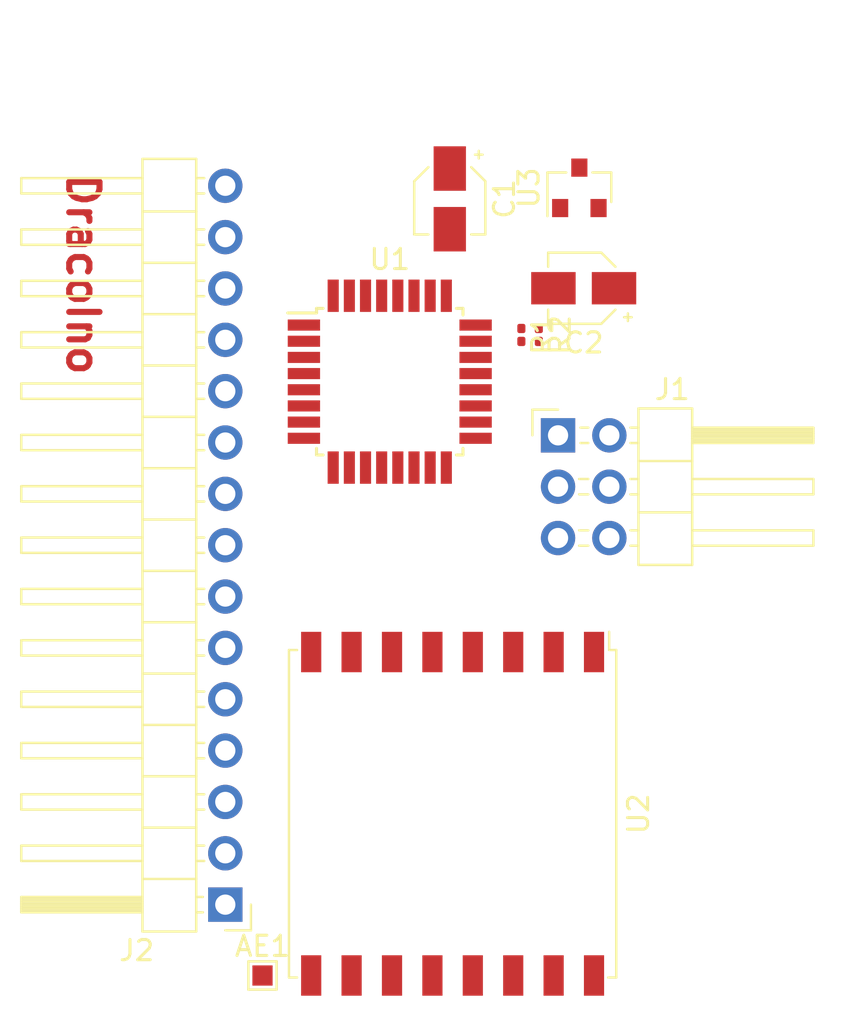
<source format=kicad_pcb>
(kicad_pcb (version 20171130) (host pcbnew 5.1.4-e60b266~84~ubuntu18.04.1)

  (general
    (thickness 1.6)
    (drawings 1)
    (tracks 0)
    (zones 0)
    (modules 10)
    (nets 37)
  )

  (page A4)
  (layers
    (0 F.Cu signal)
    (31 B.Cu signal)
    (32 B.Adhes user)
    (33 F.Adhes user)
    (34 B.Paste user)
    (35 F.Paste user)
    (36 B.SilkS user)
    (37 F.SilkS user)
    (38 B.Mask user)
    (39 F.Mask user)
    (40 Dwgs.User user)
    (41 Cmts.User user)
    (42 Eco1.User user)
    (43 Eco2.User user)
    (44 Edge.Cuts user)
    (45 Margin user)
    (46 B.CrtYd user)
    (47 F.CrtYd user)
    (48 B.Fab user)
    (49 F.Fab user)
  )

  (setup
    (last_trace_width 0.25)
    (trace_clearance 0.2)
    (zone_clearance 0.508)
    (zone_45_only no)
    (trace_min 0.2)
    (via_size 0.8)
    (via_drill 0.4)
    (via_min_size 0.4)
    (via_min_drill 0.3)
    (uvia_size 0.3)
    (uvia_drill 0.1)
    (uvias_allowed no)
    (uvia_min_size 0.2)
    (uvia_min_drill 0.1)
    (edge_width 0.05)
    (segment_width 0.2)
    (pcb_text_width 0.3)
    (pcb_text_size 1.5 1.5)
    (mod_edge_width 0.12)
    (mod_text_size 1 1)
    (mod_text_width 0.15)
    (pad_size 1.524 1.524)
    (pad_drill 0.762)
    (pad_to_mask_clearance 0.051)
    (solder_mask_min_width 0.25)
    (aux_axis_origin 0 0)
    (visible_elements FFFFFF7F)
    (pcbplotparams
      (layerselection 0x010fc_ffffffff)
      (usegerberextensions false)
      (usegerberattributes false)
      (usegerberadvancedattributes false)
      (creategerberjobfile false)
      (excludeedgelayer true)
      (linewidth 0.100000)
      (plotframeref false)
      (viasonmask false)
      (mode 1)
      (useauxorigin false)
      (hpglpennumber 1)
      (hpglpenspeed 20)
      (hpglpendiameter 15.000000)
      (psnegative false)
      (psa4output false)
      (plotreference true)
      (plotvalue true)
      (plotinvisibletext false)
      (padsonsilk false)
      (subtractmaskfromsilk false)
      (outputformat 1)
      (mirror false)
      (drillshape 1)
      (scaleselection 1)
      (outputdirectory ""))
  )

  (net 0 "")
  (net 1 digital_2)
  (net 2 digital_1)
  (net 3 digital_0)
  (net 4 AVR_RST)
  (net 5 analog_5)
  (net 6 analog_4)
  (net 7 "Net-(U1-Pad26)")
  (net 8 "Net-(U1-Pad25)")
  (net 9 analog_1)
  (net 10 "Net-(R1-Pad2)")
  (net 11 "Net-(U1-Pad22)")
  (net 12 GND)
  (net 13 "Net-(U1-Pad20)")
  (net 14 "Net-(U1-Pad19)")
  (net 15 "Net-(U1-Pad18)")
  (net 16 SCK)
  (net 17 MISO)
  (net 18 MOSI)
  (net 19 digital_10)
  (net 20 digital_9)
  (net 21 digital_8)
  (net 22 digital_7)
  (net 23 RFM95_NSS)
  (net 24 RFM95_RST)
  (net 25 "Net-(U1-Pad8)")
  (net 26 "Net-(U1-Pad7)")
  (net 27 VCC)
  (net 28 digital_4)
  (net 29 digital_3)
  (net 30 +BATT)
  (net 31 "Net-(AE1-Pad1)")
  (net 32 "Net-(J1-Pad3)")
  (net 33 "Net-(U2-Pad16)")
  (net 34 "Net-(U2-Pad12)")
  (net 35 "Net-(U2-Pad11)")
  (net 36 "Net-(U2-Pad7)")

  (net_class Default "This is the default net class."
    (clearance 0.2)
    (trace_width 0.25)
    (via_dia 0.8)
    (via_drill 0.4)
    (uvia_dia 0.3)
    (uvia_drill 0.1)
    (add_net +BATT)
    (add_net AVR_RST)
    (add_net GND)
    (add_net MISO)
    (add_net MOSI)
    (add_net "Net-(AE1-Pad1)")
    (add_net "Net-(J1-Pad3)")
    (add_net "Net-(R1-Pad2)")
    (add_net "Net-(U1-Pad18)")
    (add_net "Net-(U1-Pad19)")
    (add_net "Net-(U1-Pad20)")
    (add_net "Net-(U1-Pad22)")
    (add_net "Net-(U1-Pad25)")
    (add_net "Net-(U1-Pad26)")
    (add_net "Net-(U1-Pad7)")
    (add_net "Net-(U1-Pad8)")
    (add_net "Net-(U2-Pad11)")
    (add_net "Net-(U2-Pad12)")
    (add_net "Net-(U2-Pad16)")
    (add_net "Net-(U2-Pad7)")
    (add_net RFM95_NSS)
    (add_net RFM95_RST)
    (add_net SCK)
    (add_net VCC)
    (add_net analog_1)
    (add_net analog_4)
    (add_net analog_5)
    (add_net digital_0)
    (add_net digital_1)
    (add_net digital_10)
    (add_net digital_2)
    (add_net digital_3)
    (add_net digital_4)
    (add_net digital_7)
    (add_net digital_8)
    (add_net digital_9)
  )

  (module Connector_PinHeader_2.54mm:PinHeader_2x03_P2.54mm_Horizontal (layer F.Cu) (tedit 59FED5CB) (tstamp 60511D28)
    (at 39.5986 34.8615)
    (descr "Through hole angled pin header, 2x03, 2.54mm pitch, 6mm pin length, double rows")
    (tags "Through hole angled pin header THT 2x03 2.54mm double row")
    (path /60561A74)
    (fp_text reference J1 (at 5.655 -2.27) (layer F.SilkS)
      (effects (font (size 1 1) (thickness 0.15)))
    )
    (fp_text value Conn_02x03_Top_Bottom (at 5.655 7.35) (layer F.Fab)
      (effects (font (size 1 1) (thickness 0.15)))
    )
    (fp_text user %R (at 5.31 2.54 90) (layer F.Fab)
      (effects (font (size 1 1) (thickness 0.15)))
    )
    (fp_line (start 13.1 -1.8) (end -1.8 -1.8) (layer F.CrtYd) (width 0.05))
    (fp_line (start 13.1 6.85) (end 13.1 -1.8) (layer F.CrtYd) (width 0.05))
    (fp_line (start -1.8 6.85) (end 13.1 6.85) (layer F.CrtYd) (width 0.05))
    (fp_line (start -1.8 -1.8) (end -1.8 6.85) (layer F.CrtYd) (width 0.05))
    (fp_line (start -1.27 -1.27) (end 0 -1.27) (layer F.SilkS) (width 0.12))
    (fp_line (start -1.27 0) (end -1.27 -1.27) (layer F.SilkS) (width 0.12))
    (fp_line (start 1.042929 5.46) (end 1.497071 5.46) (layer F.SilkS) (width 0.12))
    (fp_line (start 1.042929 4.7) (end 1.497071 4.7) (layer F.SilkS) (width 0.12))
    (fp_line (start 3.582929 5.46) (end 3.98 5.46) (layer F.SilkS) (width 0.12))
    (fp_line (start 3.582929 4.7) (end 3.98 4.7) (layer F.SilkS) (width 0.12))
    (fp_line (start 12.64 5.46) (end 6.64 5.46) (layer F.SilkS) (width 0.12))
    (fp_line (start 12.64 4.7) (end 12.64 5.46) (layer F.SilkS) (width 0.12))
    (fp_line (start 6.64 4.7) (end 12.64 4.7) (layer F.SilkS) (width 0.12))
    (fp_line (start 3.98 3.81) (end 6.64 3.81) (layer F.SilkS) (width 0.12))
    (fp_line (start 1.042929 2.92) (end 1.497071 2.92) (layer F.SilkS) (width 0.12))
    (fp_line (start 1.042929 2.16) (end 1.497071 2.16) (layer F.SilkS) (width 0.12))
    (fp_line (start 3.582929 2.92) (end 3.98 2.92) (layer F.SilkS) (width 0.12))
    (fp_line (start 3.582929 2.16) (end 3.98 2.16) (layer F.SilkS) (width 0.12))
    (fp_line (start 12.64 2.92) (end 6.64 2.92) (layer F.SilkS) (width 0.12))
    (fp_line (start 12.64 2.16) (end 12.64 2.92) (layer F.SilkS) (width 0.12))
    (fp_line (start 6.64 2.16) (end 12.64 2.16) (layer F.SilkS) (width 0.12))
    (fp_line (start 3.98 1.27) (end 6.64 1.27) (layer F.SilkS) (width 0.12))
    (fp_line (start 1.11 0.38) (end 1.497071 0.38) (layer F.SilkS) (width 0.12))
    (fp_line (start 1.11 -0.38) (end 1.497071 -0.38) (layer F.SilkS) (width 0.12))
    (fp_line (start 3.582929 0.38) (end 3.98 0.38) (layer F.SilkS) (width 0.12))
    (fp_line (start 3.582929 -0.38) (end 3.98 -0.38) (layer F.SilkS) (width 0.12))
    (fp_line (start 6.64 0.28) (end 12.64 0.28) (layer F.SilkS) (width 0.12))
    (fp_line (start 6.64 0.16) (end 12.64 0.16) (layer F.SilkS) (width 0.12))
    (fp_line (start 6.64 0.04) (end 12.64 0.04) (layer F.SilkS) (width 0.12))
    (fp_line (start 6.64 -0.08) (end 12.64 -0.08) (layer F.SilkS) (width 0.12))
    (fp_line (start 6.64 -0.2) (end 12.64 -0.2) (layer F.SilkS) (width 0.12))
    (fp_line (start 6.64 -0.32) (end 12.64 -0.32) (layer F.SilkS) (width 0.12))
    (fp_line (start 12.64 0.38) (end 6.64 0.38) (layer F.SilkS) (width 0.12))
    (fp_line (start 12.64 -0.38) (end 12.64 0.38) (layer F.SilkS) (width 0.12))
    (fp_line (start 6.64 -0.38) (end 12.64 -0.38) (layer F.SilkS) (width 0.12))
    (fp_line (start 6.64 -1.33) (end 3.98 -1.33) (layer F.SilkS) (width 0.12))
    (fp_line (start 6.64 6.41) (end 6.64 -1.33) (layer F.SilkS) (width 0.12))
    (fp_line (start 3.98 6.41) (end 6.64 6.41) (layer F.SilkS) (width 0.12))
    (fp_line (start 3.98 -1.33) (end 3.98 6.41) (layer F.SilkS) (width 0.12))
    (fp_line (start 6.58 5.4) (end 12.58 5.4) (layer F.Fab) (width 0.1))
    (fp_line (start 12.58 4.76) (end 12.58 5.4) (layer F.Fab) (width 0.1))
    (fp_line (start 6.58 4.76) (end 12.58 4.76) (layer F.Fab) (width 0.1))
    (fp_line (start -0.32 5.4) (end 4.04 5.4) (layer F.Fab) (width 0.1))
    (fp_line (start -0.32 4.76) (end -0.32 5.4) (layer F.Fab) (width 0.1))
    (fp_line (start -0.32 4.76) (end 4.04 4.76) (layer F.Fab) (width 0.1))
    (fp_line (start 6.58 2.86) (end 12.58 2.86) (layer F.Fab) (width 0.1))
    (fp_line (start 12.58 2.22) (end 12.58 2.86) (layer F.Fab) (width 0.1))
    (fp_line (start 6.58 2.22) (end 12.58 2.22) (layer F.Fab) (width 0.1))
    (fp_line (start -0.32 2.86) (end 4.04 2.86) (layer F.Fab) (width 0.1))
    (fp_line (start -0.32 2.22) (end -0.32 2.86) (layer F.Fab) (width 0.1))
    (fp_line (start -0.32 2.22) (end 4.04 2.22) (layer F.Fab) (width 0.1))
    (fp_line (start 6.58 0.32) (end 12.58 0.32) (layer F.Fab) (width 0.1))
    (fp_line (start 12.58 -0.32) (end 12.58 0.32) (layer F.Fab) (width 0.1))
    (fp_line (start 6.58 -0.32) (end 12.58 -0.32) (layer F.Fab) (width 0.1))
    (fp_line (start -0.32 0.32) (end 4.04 0.32) (layer F.Fab) (width 0.1))
    (fp_line (start -0.32 -0.32) (end -0.32 0.32) (layer F.Fab) (width 0.1))
    (fp_line (start -0.32 -0.32) (end 4.04 -0.32) (layer F.Fab) (width 0.1))
    (fp_line (start 4.04 -0.635) (end 4.675 -1.27) (layer F.Fab) (width 0.1))
    (fp_line (start 4.04 6.35) (end 4.04 -0.635) (layer F.Fab) (width 0.1))
    (fp_line (start 6.58 6.35) (end 4.04 6.35) (layer F.Fab) (width 0.1))
    (fp_line (start 6.58 -1.27) (end 6.58 6.35) (layer F.Fab) (width 0.1))
    (fp_line (start 4.675 -1.27) (end 6.58 -1.27) (layer F.Fab) (width 0.1))
    (pad 6 thru_hole oval (at 2.54 5.08) (size 1.7 1.7) (drill 1) (layers *.Cu *.Mask)
      (net 17 MISO))
    (pad 5 thru_hole oval (at 0 5.08) (size 1.7 1.7) (drill 1) (layers *.Cu *.Mask)
      (net 16 SCK))
    (pad 4 thru_hole oval (at 2.54 2.54) (size 1.7 1.7) (drill 1) (layers *.Cu *.Mask)
      (net 4 AVR_RST))
    (pad 3 thru_hole oval (at 0 2.54) (size 1.7 1.7) (drill 1) (layers *.Cu *.Mask)
      (net 32 "Net-(J1-Pad3)"))
    (pad 2 thru_hole oval (at 2.54 0) (size 1.7 1.7) (drill 1) (layers *.Cu *.Mask)
      (net 18 MOSI))
    (pad 1 thru_hole rect (at 0 0) (size 1.7 1.7) (drill 1) (layers *.Cu *.Mask)
      (net 12 GND))
    (model ${KISYS3DMOD}/Connector_PinHeader_2.54mm.3dshapes/PinHeader_2x03_P2.54mm_Horizontal.wrl
      (at (xyz 0 0 0))
      (scale (xyz 1 1 1))
      (rotate (xyz 0 0 0))
    )
  )

  (module RF_Module:HOPERF_RFM9XW_SMD (layer F.Cu) (tedit 5C227243) (tstamp 60510C5B)
    (at 34.3789 53.5813 270)
    (descr "Low Power Long Range Transceiver Module SMD-16 (https://www.hoperf.com/data/upload/portal/20181127/5bfcbea20e9ef.pdf)")
    (tags "LoRa Low Power Long Range Transceiver Module")
    (path /6050AED1)
    (attr smd)
    (fp_text reference U2 (at 0 -9.2 90) (layer F.SilkS)
      (effects (font (size 1 1) (thickness 0.15)))
    )
    (fp_text value RFM95W-868S2 (at 0 9.5 90) (layer F.Fab)
      (effects (font (size 1 1) (thickness 0.15)))
    )
    (fp_line (start -7 -8) (end -8 -7) (layer F.Fab) (width 0.1))
    (fp_line (start -8.1 -7.75) (end -9 -7.75) (layer F.SilkS) (width 0.12))
    (fp_line (start -8.1 -8.1) (end -8.1 -7.75) (layer F.SilkS) (width 0.12))
    (fp_line (start 8.1 8.1) (end 8.1 7.7) (layer F.SilkS) (width 0.12))
    (fp_line (start -8.1 8.1) (end 8.1 8.1) (layer F.SilkS) (width 0.12))
    (fp_line (start -8.1 7.7) (end -8.1 8.1) (layer F.SilkS) (width 0.12))
    (fp_line (start 8.1 -8.1) (end 8.1 -7.7) (layer F.SilkS) (width 0.12))
    (fp_line (start -8.1 -8.1) (end 8.1 -8.1) (layer F.SilkS) (width 0.12))
    (fp_line (start -9.25 8.25) (end -9.25 -8.25) (layer F.CrtYd) (width 0.05))
    (fp_line (start -9.25 8.25) (end 9.25 8.25) (layer F.CrtYd) (width 0.05))
    (fp_line (start 9.25 -8.25) (end 9.25 8.25) (layer F.CrtYd) (width 0.05))
    (fp_line (start -9.25 -8.25) (end 9.25 -8.25) (layer F.CrtYd) (width 0.05))
    (fp_text user %R (at 0 0 90) (layer F.Fab)
      (effects (font (size 1 1) (thickness 0.15)))
    )
    (fp_line (start -8 8) (end -8 -7) (layer F.Fab) (width 0.1))
    (fp_line (start -8 8) (end 8 8) (layer F.Fab) (width 0.1))
    (fp_line (start 8 8) (end 8 -8) (layer F.Fab) (width 0.1))
    (fp_line (start -7 -8) (end 8 -8) (layer F.Fab) (width 0.1))
    (pad 16 smd rect (at 8 -7 270) (size 2 1) (layers F.Cu F.Paste F.Mask)
      (net 33 "Net-(U2-Pad16)"))
    (pad 15 smd rect (at 8 -5 270) (size 2 1) (layers F.Cu F.Paste F.Mask)
      (net 7 "Net-(U1-Pad26)"))
    (pad 14 smd rect (at 8 -3 270) (size 2 1) (layers F.Cu F.Paste F.Mask)
      (net 8 "Net-(U1-Pad25)"))
    (pad 13 smd rect (at 8 -1 270) (size 2 1) (layers F.Cu F.Paste F.Mask)
      (net 27 VCC))
    (pad 12 smd rect (at 8 1 270) (size 2 1) (layers F.Cu F.Paste F.Mask)
      (net 34 "Net-(U2-Pad12)"))
    (pad 11 smd rect (at 8 3 270) (size 2 1) (layers F.Cu F.Paste F.Mask)
      (net 35 "Net-(U2-Pad11)"))
    (pad 10 smd rect (at 8 5 270) (size 2 1) (layers F.Cu F.Paste F.Mask)
      (net 12 GND))
    (pad 9 smd rect (at 8 7 270) (size 2 1) (layers F.Cu F.Paste F.Mask)
      (net 31 "Net-(AE1-Pad1)"))
    (pad 8 smd rect (at -8 7 270) (size 2 1) (layers F.Cu F.Paste F.Mask)
      (net 12 GND))
    (pad 7 smd rect (at -8 5 270) (size 2 1) (layers F.Cu F.Paste F.Mask)
      (net 36 "Net-(U2-Pad7)"))
    (pad 6 smd rect (at -8 3 270) (size 2 1) (layers F.Cu F.Paste F.Mask)
      (net 24 RFM95_RST))
    (pad 5 smd rect (at -8 1 270) (size 2 1) (layers F.Cu F.Paste F.Mask)
      (net 23 RFM95_NSS))
    (pad 4 smd rect (at -8 -1 270) (size 2 1) (layers F.Cu F.Paste F.Mask)
      (net 16 SCK))
    (pad 3 smd rect (at -8 -3 270) (size 2 1) (layers F.Cu F.Paste F.Mask)
      (net 18 MOSI))
    (pad 2 smd rect (at -8 -5 270) (size 2 1) (layers F.Cu F.Paste F.Mask)
      (net 17 MISO))
    (pad 1 smd rect (at -8 -7 270) (size 2 1) (layers F.Cu F.Paste F.Mask)
      (net 12 GND))
    (model ${KISYS3DMOD}/RF_Module.3dshapes/HOPERF_RFM9XW_SMD.wrl
      (at (xyz 0 0 0))
      (scale (xyz 1 1 1))
      (rotate (xyz 0 0 0))
    )
  )

  (module Resistor_SMD:R_0201_0603Metric (layer F.Cu) (tedit 5B301BBD) (tstamp 60510BCA)
    (at 38.6461 29.8958 270)
    (descr "Resistor SMD 0201 (0603 Metric), square (rectangular) end terminal, IPC_7351 nominal, (Body size source: https://www.vishay.com/docs/20052/crcw0201e3.pdf), generated with kicad-footprint-generator")
    (tags resistor)
    (path /60573CB2)
    (attr smd)
    (fp_text reference R2 (at 0 -1.05 90) (layer F.SilkS)
      (effects (font (size 1 1) (thickness 0.15)))
    )
    (fp_text value 3k3 (at 0 1.05 90) (layer F.Fab)
      (effects (font (size 1 1) (thickness 0.15)))
    )
    (fp_text user %R (at 0 -0.68 90) (layer F.Fab)
      (effects (font (size 0.25 0.25) (thickness 0.04)))
    )
    (fp_line (start 0.7 0.35) (end -0.7 0.35) (layer F.CrtYd) (width 0.05))
    (fp_line (start 0.7 -0.35) (end 0.7 0.35) (layer F.CrtYd) (width 0.05))
    (fp_line (start -0.7 -0.35) (end 0.7 -0.35) (layer F.CrtYd) (width 0.05))
    (fp_line (start -0.7 0.35) (end -0.7 -0.35) (layer F.CrtYd) (width 0.05))
    (fp_line (start 0.3 0.15) (end -0.3 0.15) (layer F.Fab) (width 0.1))
    (fp_line (start 0.3 -0.15) (end 0.3 0.15) (layer F.Fab) (width 0.1))
    (fp_line (start -0.3 -0.15) (end 0.3 -0.15) (layer F.Fab) (width 0.1))
    (fp_line (start -0.3 0.15) (end -0.3 -0.15) (layer F.Fab) (width 0.1))
    (pad 2 smd roundrect (at 0.32 0 270) (size 0.46 0.4) (layers F.Cu F.Mask) (roundrect_rratio 0.25)
      (net 10 "Net-(R1-Pad2)"))
    (pad 1 smd roundrect (at -0.32 0 270) (size 0.46 0.4) (layers F.Cu F.Mask) (roundrect_rratio 0.25)
      (net 12 GND))
    (pad "" smd roundrect (at 0.345 0 270) (size 0.318 0.36) (layers F.Paste) (roundrect_rratio 0.25))
    (pad "" smd roundrect (at -0.345 0 270) (size 0.318 0.36) (layers F.Paste) (roundrect_rratio 0.25))
    (model ${KISYS3DMOD}/Resistor_SMD.3dshapes/R_0201_0603Metric.wrl
      (at (xyz 0 0 0))
      (scale (xyz 1 1 1))
      (rotate (xyz 0 0 0))
    )
  )

  (module Resistor_SMD:R_0201_0603Metric (layer F.Cu) (tedit 5B301BBD) (tstamp 60510BB9)
    (at 37.7825 29.8958 270)
    (descr "Resistor SMD 0201 (0603 Metric), square (rectangular) end terminal, IPC_7351 nominal, (Body size source: https://www.vishay.com/docs/20052/crcw0201e3.pdf), generated with kicad-footprint-generator")
    (tags resistor)
    (path /6057341C)
    (attr smd)
    (fp_text reference R1 (at 0 -1.05 90) (layer F.SilkS)
      (effects (font (size 1 1) (thickness 0.15)))
    )
    (fp_text value 10k (at 0 1.05 90) (layer F.Fab)
      (effects (font (size 1 1) (thickness 0.15)))
    )
    (fp_text user %R (at 0 -0.68 90) (layer F.Fab)
      (effects (font (size 0.25 0.25) (thickness 0.04)))
    )
    (fp_line (start 0.7 0.35) (end -0.7 0.35) (layer F.CrtYd) (width 0.05))
    (fp_line (start 0.7 -0.35) (end 0.7 0.35) (layer F.CrtYd) (width 0.05))
    (fp_line (start -0.7 -0.35) (end 0.7 -0.35) (layer F.CrtYd) (width 0.05))
    (fp_line (start -0.7 0.35) (end -0.7 -0.35) (layer F.CrtYd) (width 0.05))
    (fp_line (start 0.3 0.15) (end -0.3 0.15) (layer F.Fab) (width 0.1))
    (fp_line (start 0.3 -0.15) (end 0.3 0.15) (layer F.Fab) (width 0.1))
    (fp_line (start -0.3 -0.15) (end 0.3 -0.15) (layer F.Fab) (width 0.1))
    (fp_line (start -0.3 0.15) (end -0.3 -0.15) (layer F.Fab) (width 0.1))
    (pad 2 smd roundrect (at 0.32 0 270) (size 0.46 0.4) (layers F.Cu F.Mask) (roundrect_rratio 0.25)
      (net 10 "Net-(R1-Pad2)"))
    (pad 1 smd roundrect (at -0.32 0 270) (size 0.46 0.4) (layers F.Cu F.Mask) (roundrect_rratio 0.25)
      (net 30 +BATT))
    (pad "" smd roundrect (at 0.345 0 270) (size 0.318 0.36) (layers F.Paste) (roundrect_rratio 0.25))
    (pad "" smd roundrect (at -0.345 0 270) (size 0.318 0.36) (layers F.Paste) (roundrect_rratio 0.25))
    (model ${KISYS3DMOD}/Resistor_SMD.3dshapes/R_0201_0603Metric.wrl
      (at (xyz 0 0 0))
      (scale (xyz 1 1 1))
      (rotate (xyz 0 0 0))
    )
  )

  (module Connector_PinHeader_2.54mm:PinHeader_1x15_P2.54mm_Horizontal (layer F.Cu) (tedit 59FED5CB) (tstamp 60510BA8)
    (at 23.1267 58.0771 180)
    (descr "Through hole angled pin header, 1x15, 2.54mm pitch, 6mm pin length, single row")
    (tags "Through hole angled pin header THT 1x15 2.54mm single row")
    (path /605A5280)
    (fp_text reference J2 (at 4.385 -2.27) (layer F.SilkS)
      (effects (font (size 1 1) (thickness 0.15)))
    )
    (fp_text value Conn_01x15_Male (at 4.385 37.83) (layer F.Fab)
      (effects (font (size 1 1) (thickness 0.15)))
    )
    (fp_text user %R (at 2.77 17.78 90) (layer F.Fab)
      (effects (font (size 1 1) (thickness 0.15)))
    )
    (fp_line (start 10.55 -1.8) (end -1.8 -1.8) (layer F.CrtYd) (width 0.05))
    (fp_line (start 10.55 37.35) (end 10.55 -1.8) (layer F.CrtYd) (width 0.05))
    (fp_line (start -1.8 37.35) (end 10.55 37.35) (layer F.CrtYd) (width 0.05))
    (fp_line (start -1.8 -1.8) (end -1.8 37.35) (layer F.CrtYd) (width 0.05))
    (fp_line (start -1.27 -1.27) (end 0 -1.27) (layer F.SilkS) (width 0.12))
    (fp_line (start -1.27 0) (end -1.27 -1.27) (layer F.SilkS) (width 0.12))
    (fp_line (start 1.042929 35.94) (end 1.44 35.94) (layer F.SilkS) (width 0.12))
    (fp_line (start 1.042929 35.18) (end 1.44 35.18) (layer F.SilkS) (width 0.12))
    (fp_line (start 10.1 35.94) (end 4.1 35.94) (layer F.SilkS) (width 0.12))
    (fp_line (start 10.1 35.18) (end 10.1 35.94) (layer F.SilkS) (width 0.12))
    (fp_line (start 4.1 35.18) (end 10.1 35.18) (layer F.SilkS) (width 0.12))
    (fp_line (start 1.44 34.29) (end 4.1 34.29) (layer F.SilkS) (width 0.12))
    (fp_line (start 1.042929 33.4) (end 1.44 33.4) (layer F.SilkS) (width 0.12))
    (fp_line (start 1.042929 32.64) (end 1.44 32.64) (layer F.SilkS) (width 0.12))
    (fp_line (start 10.1 33.4) (end 4.1 33.4) (layer F.SilkS) (width 0.12))
    (fp_line (start 10.1 32.64) (end 10.1 33.4) (layer F.SilkS) (width 0.12))
    (fp_line (start 4.1 32.64) (end 10.1 32.64) (layer F.SilkS) (width 0.12))
    (fp_line (start 1.44 31.75) (end 4.1 31.75) (layer F.SilkS) (width 0.12))
    (fp_line (start 1.042929 30.86) (end 1.44 30.86) (layer F.SilkS) (width 0.12))
    (fp_line (start 1.042929 30.1) (end 1.44 30.1) (layer F.SilkS) (width 0.12))
    (fp_line (start 10.1 30.86) (end 4.1 30.86) (layer F.SilkS) (width 0.12))
    (fp_line (start 10.1 30.1) (end 10.1 30.86) (layer F.SilkS) (width 0.12))
    (fp_line (start 4.1 30.1) (end 10.1 30.1) (layer F.SilkS) (width 0.12))
    (fp_line (start 1.44 29.21) (end 4.1 29.21) (layer F.SilkS) (width 0.12))
    (fp_line (start 1.042929 28.32) (end 1.44 28.32) (layer F.SilkS) (width 0.12))
    (fp_line (start 1.042929 27.56) (end 1.44 27.56) (layer F.SilkS) (width 0.12))
    (fp_line (start 10.1 28.32) (end 4.1 28.32) (layer F.SilkS) (width 0.12))
    (fp_line (start 10.1 27.56) (end 10.1 28.32) (layer F.SilkS) (width 0.12))
    (fp_line (start 4.1 27.56) (end 10.1 27.56) (layer F.SilkS) (width 0.12))
    (fp_line (start 1.44 26.67) (end 4.1 26.67) (layer F.SilkS) (width 0.12))
    (fp_line (start 1.042929 25.78) (end 1.44 25.78) (layer F.SilkS) (width 0.12))
    (fp_line (start 1.042929 25.02) (end 1.44 25.02) (layer F.SilkS) (width 0.12))
    (fp_line (start 10.1 25.78) (end 4.1 25.78) (layer F.SilkS) (width 0.12))
    (fp_line (start 10.1 25.02) (end 10.1 25.78) (layer F.SilkS) (width 0.12))
    (fp_line (start 4.1 25.02) (end 10.1 25.02) (layer F.SilkS) (width 0.12))
    (fp_line (start 1.44 24.13) (end 4.1 24.13) (layer F.SilkS) (width 0.12))
    (fp_line (start 1.042929 23.24) (end 1.44 23.24) (layer F.SilkS) (width 0.12))
    (fp_line (start 1.042929 22.48) (end 1.44 22.48) (layer F.SilkS) (width 0.12))
    (fp_line (start 10.1 23.24) (end 4.1 23.24) (layer F.SilkS) (width 0.12))
    (fp_line (start 10.1 22.48) (end 10.1 23.24) (layer F.SilkS) (width 0.12))
    (fp_line (start 4.1 22.48) (end 10.1 22.48) (layer F.SilkS) (width 0.12))
    (fp_line (start 1.44 21.59) (end 4.1 21.59) (layer F.SilkS) (width 0.12))
    (fp_line (start 1.042929 20.7) (end 1.44 20.7) (layer F.SilkS) (width 0.12))
    (fp_line (start 1.042929 19.94) (end 1.44 19.94) (layer F.SilkS) (width 0.12))
    (fp_line (start 10.1 20.7) (end 4.1 20.7) (layer F.SilkS) (width 0.12))
    (fp_line (start 10.1 19.94) (end 10.1 20.7) (layer F.SilkS) (width 0.12))
    (fp_line (start 4.1 19.94) (end 10.1 19.94) (layer F.SilkS) (width 0.12))
    (fp_line (start 1.44 19.05) (end 4.1 19.05) (layer F.SilkS) (width 0.12))
    (fp_line (start 1.042929 18.16) (end 1.44 18.16) (layer F.SilkS) (width 0.12))
    (fp_line (start 1.042929 17.4) (end 1.44 17.4) (layer F.SilkS) (width 0.12))
    (fp_line (start 10.1 18.16) (end 4.1 18.16) (layer F.SilkS) (width 0.12))
    (fp_line (start 10.1 17.4) (end 10.1 18.16) (layer F.SilkS) (width 0.12))
    (fp_line (start 4.1 17.4) (end 10.1 17.4) (layer F.SilkS) (width 0.12))
    (fp_line (start 1.44 16.51) (end 4.1 16.51) (layer F.SilkS) (width 0.12))
    (fp_line (start 1.042929 15.62) (end 1.44 15.62) (layer F.SilkS) (width 0.12))
    (fp_line (start 1.042929 14.86) (end 1.44 14.86) (layer F.SilkS) (width 0.12))
    (fp_line (start 10.1 15.62) (end 4.1 15.62) (layer F.SilkS) (width 0.12))
    (fp_line (start 10.1 14.86) (end 10.1 15.62) (layer F.SilkS) (width 0.12))
    (fp_line (start 4.1 14.86) (end 10.1 14.86) (layer F.SilkS) (width 0.12))
    (fp_line (start 1.44 13.97) (end 4.1 13.97) (layer F.SilkS) (width 0.12))
    (fp_line (start 1.042929 13.08) (end 1.44 13.08) (layer F.SilkS) (width 0.12))
    (fp_line (start 1.042929 12.32) (end 1.44 12.32) (layer F.SilkS) (width 0.12))
    (fp_line (start 10.1 13.08) (end 4.1 13.08) (layer F.SilkS) (width 0.12))
    (fp_line (start 10.1 12.32) (end 10.1 13.08) (layer F.SilkS) (width 0.12))
    (fp_line (start 4.1 12.32) (end 10.1 12.32) (layer F.SilkS) (width 0.12))
    (fp_line (start 1.44 11.43) (end 4.1 11.43) (layer F.SilkS) (width 0.12))
    (fp_line (start 1.042929 10.54) (end 1.44 10.54) (layer F.SilkS) (width 0.12))
    (fp_line (start 1.042929 9.78) (end 1.44 9.78) (layer F.SilkS) (width 0.12))
    (fp_line (start 10.1 10.54) (end 4.1 10.54) (layer F.SilkS) (width 0.12))
    (fp_line (start 10.1 9.78) (end 10.1 10.54) (layer F.SilkS) (width 0.12))
    (fp_line (start 4.1 9.78) (end 10.1 9.78) (layer F.SilkS) (width 0.12))
    (fp_line (start 1.44 8.89) (end 4.1 8.89) (layer F.SilkS) (width 0.12))
    (fp_line (start 1.042929 8) (end 1.44 8) (layer F.SilkS) (width 0.12))
    (fp_line (start 1.042929 7.24) (end 1.44 7.24) (layer F.SilkS) (width 0.12))
    (fp_line (start 10.1 8) (end 4.1 8) (layer F.SilkS) (width 0.12))
    (fp_line (start 10.1 7.24) (end 10.1 8) (layer F.SilkS) (width 0.12))
    (fp_line (start 4.1 7.24) (end 10.1 7.24) (layer F.SilkS) (width 0.12))
    (fp_line (start 1.44 6.35) (end 4.1 6.35) (layer F.SilkS) (width 0.12))
    (fp_line (start 1.042929 5.46) (end 1.44 5.46) (layer F.SilkS) (width 0.12))
    (fp_line (start 1.042929 4.7) (end 1.44 4.7) (layer F.SilkS) (width 0.12))
    (fp_line (start 10.1 5.46) (end 4.1 5.46) (layer F.SilkS) (width 0.12))
    (fp_line (start 10.1 4.7) (end 10.1 5.46) (layer F.SilkS) (width 0.12))
    (fp_line (start 4.1 4.7) (end 10.1 4.7) (layer F.SilkS) (width 0.12))
    (fp_line (start 1.44 3.81) (end 4.1 3.81) (layer F.SilkS) (width 0.12))
    (fp_line (start 1.042929 2.92) (end 1.44 2.92) (layer F.SilkS) (width 0.12))
    (fp_line (start 1.042929 2.16) (end 1.44 2.16) (layer F.SilkS) (width 0.12))
    (fp_line (start 10.1 2.92) (end 4.1 2.92) (layer F.SilkS) (width 0.12))
    (fp_line (start 10.1 2.16) (end 10.1 2.92) (layer F.SilkS) (width 0.12))
    (fp_line (start 4.1 2.16) (end 10.1 2.16) (layer F.SilkS) (width 0.12))
    (fp_line (start 1.44 1.27) (end 4.1 1.27) (layer F.SilkS) (width 0.12))
    (fp_line (start 1.11 0.38) (end 1.44 0.38) (layer F.SilkS) (width 0.12))
    (fp_line (start 1.11 -0.38) (end 1.44 -0.38) (layer F.SilkS) (width 0.12))
    (fp_line (start 4.1 0.28) (end 10.1 0.28) (layer F.SilkS) (width 0.12))
    (fp_line (start 4.1 0.16) (end 10.1 0.16) (layer F.SilkS) (width 0.12))
    (fp_line (start 4.1 0.04) (end 10.1 0.04) (layer F.SilkS) (width 0.12))
    (fp_line (start 4.1 -0.08) (end 10.1 -0.08) (layer F.SilkS) (width 0.12))
    (fp_line (start 4.1 -0.2) (end 10.1 -0.2) (layer F.SilkS) (width 0.12))
    (fp_line (start 4.1 -0.32) (end 10.1 -0.32) (layer F.SilkS) (width 0.12))
    (fp_line (start 10.1 0.38) (end 4.1 0.38) (layer F.SilkS) (width 0.12))
    (fp_line (start 10.1 -0.38) (end 10.1 0.38) (layer F.SilkS) (width 0.12))
    (fp_line (start 4.1 -0.38) (end 10.1 -0.38) (layer F.SilkS) (width 0.12))
    (fp_line (start 4.1 -1.33) (end 1.44 -1.33) (layer F.SilkS) (width 0.12))
    (fp_line (start 4.1 36.89) (end 4.1 -1.33) (layer F.SilkS) (width 0.12))
    (fp_line (start 1.44 36.89) (end 4.1 36.89) (layer F.SilkS) (width 0.12))
    (fp_line (start 1.44 -1.33) (end 1.44 36.89) (layer F.SilkS) (width 0.12))
    (fp_line (start 4.04 35.88) (end 10.04 35.88) (layer F.Fab) (width 0.1))
    (fp_line (start 10.04 35.24) (end 10.04 35.88) (layer F.Fab) (width 0.1))
    (fp_line (start 4.04 35.24) (end 10.04 35.24) (layer F.Fab) (width 0.1))
    (fp_line (start -0.32 35.88) (end 1.5 35.88) (layer F.Fab) (width 0.1))
    (fp_line (start -0.32 35.24) (end -0.32 35.88) (layer F.Fab) (width 0.1))
    (fp_line (start -0.32 35.24) (end 1.5 35.24) (layer F.Fab) (width 0.1))
    (fp_line (start 4.04 33.34) (end 10.04 33.34) (layer F.Fab) (width 0.1))
    (fp_line (start 10.04 32.7) (end 10.04 33.34) (layer F.Fab) (width 0.1))
    (fp_line (start 4.04 32.7) (end 10.04 32.7) (layer F.Fab) (width 0.1))
    (fp_line (start -0.32 33.34) (end 1.5 33.34) (layer F.Fab) (width 0.1))
    (fp_line (start -0.32 32.7) (end -0.32 33.34) (layer F.Fab) (width 0.1))
    (fp_line (start -0.32 32.7) (end 1.5 32.7) (layer F.Fab) (width 0.1))
    (fp_line (start 4.04 30.8) (end 10.04 30.8) (layer F.Fab) (width 0.1))
    (fp_line (start 10.04 30.16) (end 10.04 30.8) (layer F.Fab) (width 0.1))
    (fp_line (start 4.04 30.16) (end 10.04 30.16) (layer F.Fab) (width 0.1))
    (fp_line (start -0.32 30.8) (end 1.5 30.8) (layer F.Fab) (width 0.1))
    (fp_line (start -0.32 30.16) (end -0.32 30.8) (layer F.Fab) (width 0.1))
    (fp_line (start -0.32 30.16) (end 1.5 30.16) (layer F.Fab) (width 0.1))
    (fp_line (start 4.04 28.26) (end 10.04 28.26) (layer F.Fab) (width 0.1))
    (fp_line (start 10.04 27.62) (end 10.04 28.26) (layer F.Fab) (width 0.1))
    (fp_line (start 4.04 27.62) (end 10.04 27.62) (layer F.Fab) (width 0.1))
    (fp_line (start -0.32 28.26) (end 1.5 28.26) (layer F.Fab) (width 0.1))
    (fp_line (start -0.32 27.62) (end -0.32 28.26) (layer F.Fab) (width 0.1))
    (fp_line (start -0.32 27.62) (end 1.5 27.62) (layer F.Fab) (width 0.1))
    (fp_line (start 4.04 25.72) (end 10.04 25.72) (layer F.Fab) (width 0.1))
    (fp_line (start 10.04 25.08) (end 10.04 25.72) (layer F.Fab) (width 0.1))
    (fp_line (start 4.04 25.08) (end 10.04 25.08) (layer F.Fab) (width 0.1))
    (fp_line (start -0.32 25.72) (end 1.5 25.72) (layer F.Fab) (width 0.1))
    (fp_line (start -0.32 25.08) (end -0.32 25.72) (layer F.Fab) (width 0.1))
    (fp_line (start -0.32 25.08) (end 1.5 25.08) (layer F.Fab) (width 0.1))
    (fp_line (start 4.04 23.18) (end 10.04 23.18) (layer F.Fab) (width 0.1))
    (fp_line (start 10.04 22.54) (end 10.04 23.18) (layer F.Fab) (width 0.1))
    (fp_line (start 4.04 22.54) (end 10.04 22.54) (layer F.Fab) (width 0.1))
    (fp_line (start -0.32 23.18) (end 1.5 23.18) (layer F.Fab) (width 0.1))
    (fp_line (start -0.32 22.54) (end -0.32 23.18) (layer F.Fab) (width 0.1))
    (fp_line (start -0.32 22.54) (end 1.5 22.54) (layer F.Fab) (width 0.1))
    (fp_line (start 4.04 20.64) (end 10.04 20.64) (layer F.Fab) (width 0.1))
    (fp_line (start 10.04 20) (end 10.04 20.64) (layer F.Fab) (width 0.1))
    (fp_line (start 4.04 20) (end 10.04 20) (layer F.Fab) (width 0.1))
    (fp_line (start -0.32 20.64) (end 1.5 20.64) (layer F.Fab) (width 0.1))
    (fp_line (start -0.32 20) (end -0.32 20.64) (layer F.Fab) (width 0.1))
    (fp_line (start -0.32 20) (end 1.5 20) (layer F.Fab) (width 0.1))
    (fp_line (start 4.04 18.1) (end 10.04 18.1) (layer F.Fab) (width 0.1))
    (fp_line (start 10.04 17.46) (end 10.04 18.1) (layer F.Fab) (width 0.1))
    (fp_line (start 4.04 17.46) (end 10.04 17.46) (layer F.Fab) (width 0.1))
    (fp_line (start -0.32 18.1) (end 1.5 18.1) (layer F.Fab) (width 0.1))
    (fp_line (start -0.32 17.46) (end -0.32 18.1) (layer F.Fab) (width 0.1))
    (fp_line (start -0.32 17.46) (end 1.5 17.46) (layer F.Fab) (width 0.1))
    (fp_line (start 4.04 15.56) (end 10.04 15.56) (layer F.Fab) (width 0.1))
    (fp_line (start 10.04 14.92) (end 10.04 15.56) (layer F.Fab) (width 0.1))
    (fp_line (start 4.04 14.92) (end 10.04 14.92) (layer F.Fab) (width 0.1))
    (fp_line (start -0.32 15.56) (end 1.5 15.56) (layer F.Fab) (width 0.1))
    (fp_line (start -0.32 14.92) (end -0.32 15.56) (layer F.Fab) (width 0.1))
    (fp_line (start -0.32 14.92) (end 1.5 14.92) (layer F.Fab) (width 0.1))
    (fp_line (start 4.04 13.02) (end 10.04 13.02) (layer F.Fab) (width 0.1))
    (fp_line (start 10.04 12.38) (end 10.04 13.02) (layer F.Fab) (width 0.1))
    (fp_line (start 4.04 12.38) (end 10.04 12.38) (layer F.Fab) (width 0.1))
    (fp_line (start -0.32 13.02) (end 1.5 13.02) (layer F.Fab) (width 0.1))
    (fp_line (start -0.32 12.38) (end -0.32 13.02) (layer F.Fab) (width 0.1))
    (fp_line (start -0.32 12.38) (end 1.5 12.38) (layer F.Fab) (width 0.1))
    (fp_line (start 4.04 10.48) (end 10.04 10.48) (layer F.Fab) (width 0.1))
    (fp_line (start 10.04 9.84) (end 10.04 10.48) (layer F.Fab) (width 0.1))
    (fp_line (start 4.04 9.84) (end 10.04 9.84) (layer F.Fab) (width 0.1))
    (fp_line (start -0.32 10.48) (end 1.5 10.48) (layer F.Fab) (width 0.1))
    (fp_line (start -0.32 9.84) (end -0.32 10.48) (layer F.Fab) (width 0.1))
    (fp_line (start -0.32 9.84) (end 1.5 9.84) (layer F.Fab) (width 0.1))
    (fp_line (start 4.04 7.94) (end 10.04 7.94) (layer F.Fab) (width 0.1))
    (fp_line (start 10.04 7.3) (end 10.04 7.94) (layer F.Fab) (width 0.1))
    (fp_line (start 4.04 7.3) (end 10.04 7.3) (layer F.Fab) (width 0.1))
    (fp_line (start -0.32 7.94) (end 1.5 7.94) (layer F.Fab) (width 0.1))
    (fp_line (start -0.32 7.3) (end -0.32 7.94) (layer F.Fab) (width 0.1))
    (fp_line (start -0.32 7.3) (end 1.5 7.3) (layer F.Fab) (width 0.1))
    (fp_line (start 4.04 5.4) (end 10.04 5.4) (layer F.Fab) (width 0.1))
    (fp_line (start 10.04 4.76) (end 10.04 5.4) (layer F.Fab) (width 0.1))
    (fp_line (start 4.04 4.76) (end 10.04 4.76) (layer F.Fab) (width 0.1))
    (fp_line (start -0.32 5.4) (end 1.5 5.4) (layer F.Fab) (width 0.1))
    (fp_line (start -0.32 4.76) (end -0.32 5.4) (layer F.Fab) (width 0.1))
    (fp_line (start -0.32 4.76) (end 1.5 4.76) (layer F.Fab) (width 0.1))
    (fp_line (start 4.04 2.86) (end 10.04 2.86) (layer F.Fab) (width 0.1))
    (fp_line (start 10.04 2.22) (end 10.04 2.86) (layer F.Fab) (width 0.1))
    (fp_line (start 4.04 2.22) (end 10.04 2.22) (layer F.Fab) (width 0.1))
    (fp_line (start -0.32 2.86) (end 1.5 2.86) (layer F.Fab) (width 0.1))
    (fp_line (start -0.32 2.22) (end -0.32 2.86) (layer F.Fab) (width 0.1))
    (fp_line (start -0.32 2.22) (end 1.5 2.22) (layer F.Fab) (width 0.1))
    (fp_line (start 4.04 0.32) (end 10.04 0.32) (layer F.Fab) (width 0.1))
    (fp_line (start 10.04 -0.32) (end 10.04 0.32) (layer F.Fab) (width 0.1))
    (fp_line (start 4.04 -0.32) (end 10.04 -0.32) (layer F.Fab) (width 0.1))
    (fp_line (start -0.32 0.32) (end 1.5 0.32) (layer F.Fab) (width 0.1))
    (fp_line (start -0.32 -0.32) (end -0.32 0.32) (layer F.Fab) (width 0.1))
    (fp_line (start -0.32 -0.32) (end 1.5 -0.32) (layer F.Fab) (width 0.1))
    (fp_line (start 1.5 -0.635) (end 2.135 -1.27) (layer F.Fab) (width 0.1))
    (fp_line (start 1.5 36.83) (end 1.5 -0.635) (layer F.Fab) (width 0.1))
    (fp_line (start 4.04 36.83) (end 1.5 36.83) (layer F.Fab) (width 0.1))
    (fp_line (start 4.04 -1.27) (end 4.04 36.83) (layer F.Fab) (width 0.1))
    (fp_line (start 2.135 -1.27) (end 4.04 -1.27) (layer F.Fab) (width 0.1))
    (pad 15 thru_hole oval (at 0 35.56 180) (size 1.7 1.7) (drill 1) (layers *.Cu *.Mask)
      (net 22 digital_7))
    (pad 14 thru_hole oval (at 0 33.02 180) (size 1.7 1.7) (drill 1) (layers *.Cu *.Mask)
      (net 28 digital_4))
    (pad 13 thru_hole oval (at 0 30.48 180) (size 1.7 1.7) (drill 1) (layers *.Cu *.Mask)
      (net 29 digital_3))
    (pad 12 thru_hole oval (at 0 27.94 180) (size 1.7 1.7) (drill 1) (layers *.Cu *.Mask)
      (net 1 digital_2))
    (pad 11 thru_hole oval (at 0 25.4 180) (size 1.7 1.7) (drill 1) (layers *.Cu *.Mask)
      (net 2 digital_1))
    (pad 10 thru_hole oval (at 0 22.86 180) (size 1.7 1.7) (drill 1) (layers *.Cu *.Mask)
      (net 3 digital_0))
    (pad 9 thru_hole oval (at 0 20.32 180) (size 1.7 1.7) (drill 1) (layers *.Cu *.Mask)
      (net 5 analog_5))
    (pad 8 thru_hole oval (at 0 17.78 180) (size 1.7 1.7) (drill 1) (layers *.Cu *.Mask)
      (net 6 analog_4))
    (pad 7 thru_hole oval (at 0 15.24 180) (size 1.7 1.7) (drill 1) (layers *.Cu *.Mask)
      (net 9 analog_1))
    (pad 6 thru_hole oval (at 0 12.7 180) (size 1.7 1.7) (drill 1) (layers *.Cu *.Mask)
      (net 16 SCK))
    (pad 5 thru_hole oval (at 0 10.16 180) (size 1.7 1.7) (drill 1) (layers *.Cu *.Mask)
      (net 17 MISO))
    (pad 4 thru_hole oval (at 0 7.62 180) (size 1.7 1.7) (drill 1) (layers *.Cu *.Mask)
      (net 18 MOSI))
    (pad 3 thru_hole oval (at 0 5.08 180) (size 1.7 1.7) (drill 1) (layers *.Cu *.Mask)
      (net 19 digital_10))
    (pad 2 thru_hole oval (at 0 2.54 180) (size 1.7 1.7) (drill 1) (layers *.Cu *.Mask)
      (net 20 digital_9))
    (pad 1 thru_hole rect (at 0 0 180) (size 1.7 1.7) (drill 1) (layers *.Cu *.Mask)
      (net 21 digital_8))
    (model ${KISYS3DMOD}/Connector_PinHeader_2.54mm.3dshapes/PinHeader_1x15_P2.54mm_Horizontal.wrl
      (at (xyz 0 0 0))
      (scale (xyz 1 1 1))
      (rotate (xyz 0 0 0))
    )
  )

  (module Capacitor_SMD:CP_Elec_3x5.3 (layer F.Cu) (tedit 5B303299) (tstamp 60510A53)
    (at 40.8686 27.5844 180)
    (descr "SMT capacitor, aluminium electrolytic, 3x5.3, Cornell Dubilier Electronics ")
    (tags "Capacitor Electrolytic")
    (path /6050ED13)
    (attr smd)
    (fp_text reference C2 (at 0 -2.7) (layer F.SilkS)
      (effects (font (size 1 1) (thickness 0.15)))
    )
    (fp_text value 1yF (at 0 2.7) (layer F.Fab)
      (effects (font (size 1 1) (thickness 0.15)))
    )
    (fp_text user %R (at 0 0) (layer F.Fab)
      (effects (font (size 0.6 0.6) (thickness 0.09)))
    )
    (fp_line (start -2.85 1.05) (end -1.78 1.05) (layer F.CrtYd) (width 0.05))
    (fp_line (start -2.85 -1.05) (end -2.85 1.05) (layer F.CrtYd) (width 0.05))
    (fp_line (start -1.78 -1.05) (end -2.85 -1.05) (layer F.CrtYd) (width 0.05))
    (fp_line (start -1.78 -1.05) (end -0.93 -1.9) (layer F.CrtYd) (width 0.05))
    (fp_line (start -1.78 1.05) (end -0.93 1.9) (layer F.CrtYd) (width 0.05))
    (fp_line (start -0.93 -1.9) (end 1.9 -1.9) (layer F.CrtYd) (width 0.05))
    (fp_line (start -0.93 1.9) (end 1.9 1.9) (layer F.CrtYd) (width 0.05))
    (fp_line (start 1.9 1.05) (end 1.9 1.9) (layer F.CrtYd) (width 0.05))
    (fp_line (start 2.85 1.05) (end 1.9 1.05) (layer F.CrtYd) (width 0.05))
    (fp_line (start 2.85 -1.05) (end 2.85 1.05) (layer F.CrtYd) (width 0.05))
    (fp_line (start 1.9 -1.05) (end 2.85 -1.05) (layer F.CrtYd) (width 0.05))
    (fp_line (start 1.9 -1.9) (end 1.9 -1.05) (layer F.CrtYd) (width 0.05))
    (fp_line (start -2.1875 -1.6225) (end -2.1875 -1.2475) (layer F.SilkS) (width 0.12))
    (fp_line (start -2.375 -1.435) (end -2 -1.435) (layer F.SilkS) (width 0.12))
    (fp_line (start -1.570563 1.06) (end -0.870563 1.76) (layer F.SilkS) (width 0.12))
    (fp_line (start -1.570563 -1.06) (end -0.870563 -1.76) (layer F.SilkS) (width 0.12))
    (fp_line (start -0.870563 1.76) (end 1.76 1.76) (layer F.SilkS) (width 0.12))
    (fp_line (start -0.870563 -1.76) (end 1.76 -1.76) (layer F.SilkS) (width 0.12))
    (fp_line (start 1.76 -1.76) (end 1.76 -1.06) (layer F.SilkS) (width 0.12))
    (fp_line (start 1.76 1.76) (end 1.76 1.06) (layer F.SilkS) (width 0.12))
    (fp_line (start -0.960469 -0.95) (end -0.960469 -0.65) (layer F.Fab) (width 0.1))
    (fp_line (start -1.110469 -0.8) (end -0.810469 -0.8) (layer F.Fab) (width 0.1))
    (fp_line (start -1.65 0.825) (end -0.825 1.65) (layer F.Fab) (width 0.1))
    (fp_line (start -1.65 -0.825) (end -0.825 -1.65) (layer F.Fab) (width 0.1))
    (fp_line (start -1.65 -0.825) (end -1.65 0.825) (layer F.Fab) (width 0.1))
    (fp_line (start -0.825 1.65) (end 1.65 1.65) (layer F.Fab) (width 0.1))
    (fp_line (start -0.825 -1.65) (end 1.65 -1.65) (layer F.Fab) (width 0.1))
    (fp_line (start 1.65 -1.65) (end 1.65 1.65) (layer F.Fab) (width 0.1))
    (fp_circle (center 0 0) (end 1.5 0) (layer F.Fab) (width 0.1))
    (pad 2 smd rect (at 1.5 0 180) (size 2.2 1.6) (layers F.Cu F.Paste F.Mask)
      (net 12 GND))
    (pad 1 smd rect (at -1.5 0 180) (size 2.2 1.6) (layers F.Cu F.Paste F.Mask)
      (net 27 VCC))
    (model ${KISYS3DMOD}/Capacitor_SMD.3dshapes/CP_Elec_3x5.3.wrl
      (at (xyz 0 0 0))
      (scale (xyz 1 1 1))
      (rotate (xyz 0 0 0))
    )
  )

  (module Capacitor_SMD:CP_Elec_3x5.3 (layer F.Cu) (tedit 5B303299) (tstamp 60510A2F)
    (at 34.2392 23.1648 270)
    (descr "SMT capacitor, aluminium electrolytic, 3x5.3, Cornell Dubilier Electronics ")
    (tags "Capacitor Electrolytic")
    (path /6050E652)
    (attr smd)
    (fp_text reference C1 (at 0 -2.7 90) (layer F.SilkS)
      (effects (font (size 1 1) (thickness 0.15)))
    )
    (fp_text value 1yF (at 0 2.7 90) (layer F.Fab)
      (effects (font (size 1 1) (thickness 0.15)))
    )
    (fp_text user %R (at 0 0 90) (layer F.Fab)
      (effects (font (size 0.6 0.6) (thickness 0.09)))
    )
    (fp_line (start -2.85 1.05) (end -1.78 1.05) (layer F.CrtYd) (width 0.05))
    (fp_line (start -2.85 -1.05) (end -2.85 1.05) (layer F.CrtYd) (width 0.05))
    (fp_line (start -1.78 -1.05) (end -2.85 -1.05) (layer F.CrtYd) (width 0.05))
    (fp_line (start -1.78 -1.05) (end -0.93 -1.9) (layer F.CrtYd) (width 0.05))
    (fp_line (start -1.78 1.05) (end -0.93 1.9) (layer F.CrtYd) (width 0.05))
    (fp_line (start -0.93 -1.9) (end 1.9 -1.9) (layer F.CrtYd) (width 0.05))
    (fp_line (start -0.93 1.9) (end 1.9 1.9) (layer F.CrtYd) (width 0.05))
    (fp_line (start 1.9 1.05) (end 1.9 1.9) (layer F.CrtYd) (width 0.05))
    (fp_line (start 2.85 1.05) (end 1.9 1.05) (layer F.CrtYd) (width 0.05))
    (fp_line (start 2.85 -1.05) (end 2.85 1.05) (layer F.CrtYd) (width 0.05))
    (fp_line (start 1.9 -1.05) (end 2.85 -1.05) (layer F.CrtYd) (width 0.05))
    (fp_line (start 1.9 -1.9) (end 1.9 -1.05) (layer F.CrtYd) (width 0.05))
    (fp_line (start -2.1875 -1.6225) (end -2.1875 -1.2475) (layer F.SilkS) (width 0.12))
    (fp_line (start -2.375 -1.435) (end -2 -1.435) (layer F.SilkS) (width 0.12))
    (fp_line (start -1.570563 1.06) (end -0.870563 1.76) (layer F.SilkS) (width 0.12))
    (fp_line (start -1.570563 -1.06) (end -0.870563 -1.76) (layer F.SilkS) (width 0.12))
    (fp_line (start -0.870563 1.76) (end 1.76 1.76) (layer F.SilkS) (width 0.12))
    (fp_line (start -0.870563 -1.76) (end 1.76 -1.76) (layer F.SilkS) (width 0.12))
    (fp_line (start 1.76 -1.76) (end 1.76 -1.06) (layer F.SilkS) (width 0.12))
    (fp_line (start 1.76 1.76) (end 1.76 1.06) (layer F.SilkS) (width 0.12))
    (fp_line (start -0.960469 -0.95) (end -0.960469 -0.65) (layer F.Fab) (width 0.1))
    (fp_line (start -1.110469 -0.8) (end -0.810469 -0.8) (layer F.Fab) (width 0.1))
    (fp_line (start -1.65 0.825) (end -0.825 1.65) (layer F.Fab) (width 0.1))
    (fp_line (start -1.65 -0.825) (end -0.825 -1.65) (layer F.Fab) (width 0.1))
    (fp_line (start -1.65 -0.825) (end -1.65 0.825) (layer F.Fab) (width 0.1))
    (fp_line (start -0.825 1.65) (end 1.65 1.65) (layer F.Fab) (width 0.1))
    (fp_line (start -0.825 -1.65) (end 1.65 -1.65) (layer F.Fab) (width 0.1))
    (fp_line (start 1.65 -1.65) (end 1.65 1.65) (layer F.Fab) (width 0.1))
    (fp_circle (center 0 0) (end 1.5 0) (layer F.Fab) (width 0.1))
    (pad 2 smd rect (at 1.5 0 270) (size 2.2 1.6) (layers F.Cu F.Paste F.Mask)
      (net 12 GND))
    (pad 1 smd rect (at -1.5 0 270) (size 2.2 1.6) (layers F.Cu F.Paste F.Mask)
      (net 30 +BATT))
    (model ${KISYS3DMOD}/Capacitor_SMD.3dshapes/CP_Elec_3x5.3.wrl
      (at (xyz 0 0 0))
      (scale (xyz 1 1 1))
      (rotate (xyz 0 0 0))
    )
  )

  (module TestPoint:TestPoint_Pad_1.0x1.0mm (layer F.Cu) (tedit 5A0F774F) (tstamp 60510A0B)
    (at 24.9682 61.5823)
    (descr "SMD rectangular pad as test Point, square 1.0mm side length")
    (tags "test point SMD pad rectangle square")
    (path /6054B607)
    (attr virtual)
    (fp_text reference AE1 (at 0 -1.448) (layer F.SilkS)
      (effects (font (size 1 1) (thickness 0.15)))
    )
    (fp_text value Antenna (at 0 1.55) (layer F.Fab)
      (effects (font (size 1 1) (thickness 0.15)))
    )
    (fp_line (start 1 1) (end -1 1) (layer F.CrtYd) (width 0.05))
    (fp_line (start 1 1) (end 1 -1) (layer F.CrtYd) (width 0.05))
    (fp_line (start -1 -1) (end -1 1) (layer F.CrtYd) (width 0.05))
    (fp_line (start -1 -1) (end 1 -1) (layer F.CrtYd) (width 0.05))
    (fp_line (start -0.7 0.7) (end -0.7 -0.7) (layer F.SilkS) (width 0.12))
    (fp_line (start 0.7 0.7) (end -0.7 0.7) (layer F.SilkS) (width 0.12))
    (fp_line (start 0.7 -0.7) (end 0.7 0.7) (layer F.SilkS) (width 0.12))
    (fp_line (start -0.7 -0.7) (end 0.7 -0.7) (layer F.SilkS) (width 0.12))
    (fp_text user %R (at 0 -1.45) (layer F.Fab)
      (effects (font (size 1 1) (thickness 0.15)))
    )
    (pad 1 smd rect (at 0 0) (size 1 1) (layers F.Cu F.Mask)
      (net 31 "Net-(AE1-Pad1)"))
  )

  (module Package_TO_SOT_SMD:SOT-23 (layer F.Cu) (tedit 5A02FF57) (tstamp 605103BC)
    (at 40.6527 22.6187 90)
    (descr "SOT-23, Standard")
    (tags SOT-23)
    (path /6050B817)
    (attr smd)
    (fp_text reference U3 (at 0 -2.5 90) (layer F.SilkS)
      (effects (font (size 1 1) (thickness 0.15)))
    )
    (fp_text value MCP1700-3302E_SOT23 (at 0 2.5 90) (layer F.Fab)
      (effects (font (size 1 1) (thickness 0.15)))
    )
    (fp_line (start 0.76 1.58) (end -0.7 1.58) (layer F.SilkS) (width 0.12))
    (fp_line (start 0.76 -1.58) (end -1.4 -1.58) (layer F.SilkS) (width 0.12))
    (fp_line (start -1.7 1.75) (end -1.7 -1.75) (layer F.CrtYd) (width 0.05))
    (fp_line (start 1.7 1.75) (end -1.7 1.75) (layer F.CrtYd) (width 0.05))
    (fp_line (start 1.7 -1.75) (end 1.7 1.75) (layer F.CrtYd) (width 0.05))
    (fp_line (start -1.7 -1.75) (end 1.7 -1.75) (layer F.CrtYd) (width 0.05))
    (fp_line (start 0.76 -1.58) (end 0.76 -0.65) (layer F.SilkS) (width 0.12))
    (fp_line (start 0.76 1.58) (end 0.76 0.65) (layer F.SilkS) (width 0.12))
    (fp_line (start -0.7 1.52) (end 0.7 1.52) (layer F.Fab) (width 0.1))
    (fp_line (start 0.7 -1.52) (end 0.7 1.52) (layer F.Fab) (width 0.1))
    (fp_line (start -0.7 -0.95) (end -0.15 -1.52) (layer F.Fab) (width 0.1))
    (fp_line (start -0.15 -1.52) (end 0.7 -1.52) (layer F.Fab) (width 0.1))
    (fp_line (start -0.7 -0.95) (end -0.7 1.5) (layer F.Fab) (width 0.1))
    (fp_text user %R (at 0 0) (layer F.Fab)
      (effects (font (size 0.5 0.5) (thickness 0.075)))
    )
    (pad 3 smd rect (at 1 0 90) (size 0.9 0.8) (layers F.Cu F.Paste F.Mask)
      (net 30 +BATT))
    (pad 2 smd rect (at -1 0.95 90) (size 0.9 0.8) (layers F.Cu F.Paste F.Mask)
      (net 27 VCC))
    (pad 1 smd rect (at -1 -0.95 90) (size 0.9 0.8) (layers F.Cu F.Paste F.Mask)
      (net 12 GND))
    (model ${KISYS3DMOD}/Package_TO_SOT_SMD.3dshapes/SOT-23.wrl
      (at (xyz 0 0 0))
      (scale (xyz 1 1 1))
      (rotate (xyz 0 0 0))
    )
  )

  (module Package_QFP:TQFP-32_7x7mm_P0.8mm (layer F.Cu) (tedit 5A02F146) (tstamp 605103A7)
    (at 31.2674 32.2072)
    (descr "32-Lead Plastic Thin Quad Flatpack (PT) - 7x7x1.0 mm Body, 2.00 mm [TQFP] (see Microchip Packaging Specification 00000049BS.pdf)")
    (tags "QFP 0.8")
    (path /60507DF6)
    (attr smd)
    (fp_text reference U1 (at 0 -6.05) (layer F.SilkS)
      (effects (font (size 1 1) (thickness 0.15)))
    )
    (fp_text value ATmega328P-AU (at 0 6.05) (layer F.Fab)
      (effects (font (size 1 1) (thickness 0.15)))
    )
    (fp_line (start -3.625 -3.4) (end -5.05 -3.4) (layer F.SilkS) (width 0.15))
    (fp_line (start 3.625 -3.625) (end 3.3 -3.625) (layer F.SilkS) (width 0.15))
    (fp_line (start 3.625 3.625) (end 3.3 3.625) (layer F.SilkS) (width 0.15))
    (fp_line (start -3.625 3.625) (end -3.3 3.625) (layer F.SilkS) (width 0.15))
    (fp_line (start -3.625 -3.625) (end -3.3 -3.625) (layer F.SilkS) (width 0.15))
    (fp_line (start -3.625 3.625) (end -3.625 3.3) (layer F.SilkS) (width 0.15))
    (fp_line (start 3.625 3.625) (end 3.625 3.3) (layer F.SilkS) (width 0.15))
    (fp_line (start 3.625 -3.625) (end 3.625 -3.3) (layer F.SilkS) (width 0.15))
    (fp_line (start -3.625 -3.625) (end -3.625 -3.4) (layer F.SilkS) (width 0.15))
    (fp_line (start -5.3 5.3) (end 5.3 5.3) (layer F.CrtYd) (width 0.05))
    (fp_line (start -5.3 -5.3) (end 5.3 -5.3) (layer F.CrtYd) (width 0.05))
    (fp_line (start 5.3 -5.3) (end 5.3 5.3) (layer F.CrtYd) (width 0.05))
    (fp_line (start -5.3 -5.3) (end -5.3 5.3) (layer F.CrtYd) (width 0.05))
    (fp_line (start -3.5 -2.5) (end -2.5 -3.5) (layer F.Fab) (width 0.15))
    (fp_line (start -3.5 3.5) (end -3.5 -2.5) (layer F.Fab) (width 0.15))
    (fp_line (start 3.5 3.5) (end -3.5 3.5) (layer F.Fab) (width 0.15))
    (fp_line (start 3.5 -3.5) (end 3.5 3.5) (layer F.Fab) (width 0.15))
    (fp_line (start -2.5 -3.5) (end 3.5 -3.5) (layer F.Fab) (width 0.15))
    (fp_text user %R (at 0 0) (layer F.Fab)
      (effects (font (size 1 1) (thickness 0.15)))
    )
    (pad 32 smd rect (at -2.8 -4.25 90) (size 1.6 0.55) (layers F.Cu F.Paste F.Mask)
      (net 1 digital_2))
    (pad 31 smd rect (at -2 -4.25 90) (size 1.6 0.55) (layers F.Cu F.Paste F.Mask)
      (net 2 digital_1))
    (pad 30 smd rect (at -1.2 -4.25 90) (size 1.6 0.55) (layers F.Cu F.Paste F.Mask)
      (net 3 digital_0))
    (pad 29 smd rect (at -0.4 -4.25 90) (size 1.6 0.55) (layers F.Cu F.Paste F.Mask)
      (net 4 AVR_RST))
    (pad 28 smd rect (at 0.4 -4.25 90) (size 1.6 0.55) (layers F.Cu F.Paste F.Mask)
      (net 5 analog_5))
    (pad 27 smd rect (at 1.2 -4.25 90) (size 1.6 0.55) (layers F.Cu F.Paste F.Mask)
      (net 6 analog_4))
    (pad 26 smd rect (at 2 -4.25 90) (size 1.6 0.55) (layers F.Cu F.Paste F.Mask)
      (net 7 "Net-(U1-Pad26)"))
    (pad 25 smd rect (at 2.8 -4.25 90) (size 1.6 0.55) (layers F.Cu F.Paste F.Mask)
      (net 8 "Net-(U1-Pad25)"))
    (pad 24 smd rect (at 4.25 -2.8) (size 1.6 0.55) (layers F.Cu F.Paste F.Mask)
      (net 9 analog_1))
    (pad 23 smd rect (at 4.25 -2) (size 1.6 0.55) (layers F.Cu F.Paste F.Mask)
      (net 10 "Net-(R1-Pad2)"))
    (pad 22 smd rect (at 4.25 -1.2) (size 1.6 0.55) (layers F.Cu F.Paste F.Mask)
      (net 11 "Net-(U1-Pad22)"))
    (pad 21 smd rect (at 4.25 -0.4) (size 1.6 0.55) (layers F.Cu F.Paste F.Mask)
      (net 12 GND))
    (pad 20 smd rect (at 4.25 0.4) (size 1.6 0.55) (layers F.Cu F.Paste F.Mask)
      (net 13 "Net-(U1-Pad20)"))
    (pad 19 smd rect (at 4.25 1.2) (size 1.6 0.55) (layers F.Cu F.Paste F.Mask)
      (net 14 "Net-(U1-Pad19)"))
    (pad 18 smd rect (at 4.25 2) (size 1.6 0.55) (layers F.Cu F.Paste F.Mask)
      (net 15 "Net-(U1-Pad18)"))
    (pad 17 smd rect (at 4.25 2.8) (size 1.6 0.55) (layers F.Cu F.Paste F.Mask)
      (net 16 SCK))
    (pad 16 smd rect (at 2.8 4.25 90) (size 1.6 0.55) (layers F.Cu F.Paste F.Mask)
      (net 17 MISO))
    (pad 15 smd rect (at 2 4.25 90) (size 1.6 0.55) (layers F.Cu F.Paste F.Mask)
      (net 18 MOSI))
    (pad 14 smd rect (at 1.2 4.25 90) (size 1.6 0.55) (layers F.Cu F.Paste F.Mask)
      (net 19 digital_10))
    (pad 13 smd rect (at 0.4 4.25 90) (size 1.6 0.55) (layers F.Cu F.Paste F.Mask)
      (net 20 digital_9))
    (pad 12 smd rect (at -0.4 4.25 90) (size 1.6 0.55) (layers F.Cu F.Paste F.Mask)
      (net 21 digital_8))
    (pad 11 smd rect (at -1.2 4.25 90) (size 1.6 0.55) (layers F.Cu F.Paste F.Mask)
      (net 22 digital_7))
    (pad 10 smd rect (at -2 4.25 90) (size 1.6 0.55) (layers F.Cu F.Paste F.Mask)
      (net 23 RFM95_NSS))
    (pad 9 smd rect (at -2.8 4.25 90) (size 1.6 0.55) (layers F.Cu F.Paste F.Mask)
      (net 24 RFM95_RST))
    (pad 8 smd rect (at -4.25 2.8) (size 1.6 0.55) (layers F.Cu F.Paste F.Mask)
      (net 25 "Net-(U1-Pad8)"))
    (pad 7 smd rect (at -4.25 2) (size 1.6 0.55) (layers F.Cu F.Paste F.Mask)
      (net 26 "Net-(U1-Pad7)"))
    (pad 6 smd rect (at -4.25 1.2) (size 1.6 0.55) (layers F.Cu F.Paste F.Mask)
      (net 27 VCC))
    (pad 5 smd rect (at -4.25 0.4) (size 1.6 0.55) (layers F.Cu F.Paste F.Mask)
      (net 12 GND))
    (pad 4 smd rect (at -4.25 -0.4) (size 1.6 0.55) (layers F.Cu F.Paste F.Mask)
      (net 27 VCC))
    (pad 3 smd rect (at -4.25 -1.2) (size 1.6 0.55) (layers F.Cu F.Paste F.Mask)
      (net 12 GND))
    (pad 2 smd rect (at -4.25 -2) (size 1.6 0.55) (layers F.Cu F.Paste F.Mask)
      (net 28 digital_4))
    (pad 1 smd rect (at -4.25 -2.8) (size 1.6 0.55) (layers F.Cu F.Paste F.Mask)
      (net 29 digital_3))
    (model ${KISYS3DMOD}/Package_QFP.3dshapes/TQFP-32_7x7mm_P0.8mm.wrl
      (at (xyz 0 0 0))
      (scale (xyz 1 1 1))
      (rotate (xyz 0 0 0))
    )
  )

  (gr_text DracoIno (at 16.0782 26.8986 270) (layer F.Cu)
    (effects (font (size 1.5 1.5) (thickness 0.3)))
  )

)

</source>
